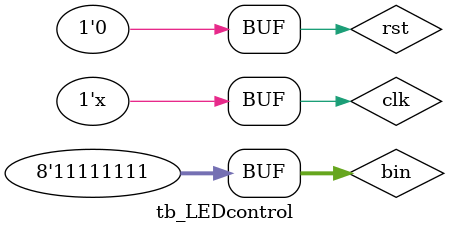
<source format=v>
`timescale 1us / 1ns

module tb_LEDcontrol();

reg clk, rst;
reg [7:0] bin;

wire [7:0] seg_data;
wire [7:0] seg_sel;
wire led_signal;

LED_control L1(clk, rst, bin, seg_data, seg_sel, led_signal);

initial begin
    clk <= 0;
    rst <= 1;
    #10 rst <= 0;
    
    
    #1e+6 bin <= 8'b00000000; // 0%
    
    #1e+6 bin <= 8'b00111111; // 25%
     
    #1e+6 bin <= 8'b01111111;  // 50%
    
    #1e+6 bin <= 8'b10111111;  // 75%
    
    #1e+6 bin <= 8'b11111111;  // 100%
    
    end
    
always begin
 #0.5 clk <= ~clk;
 end
 
 endmodule

    
    

</source>
